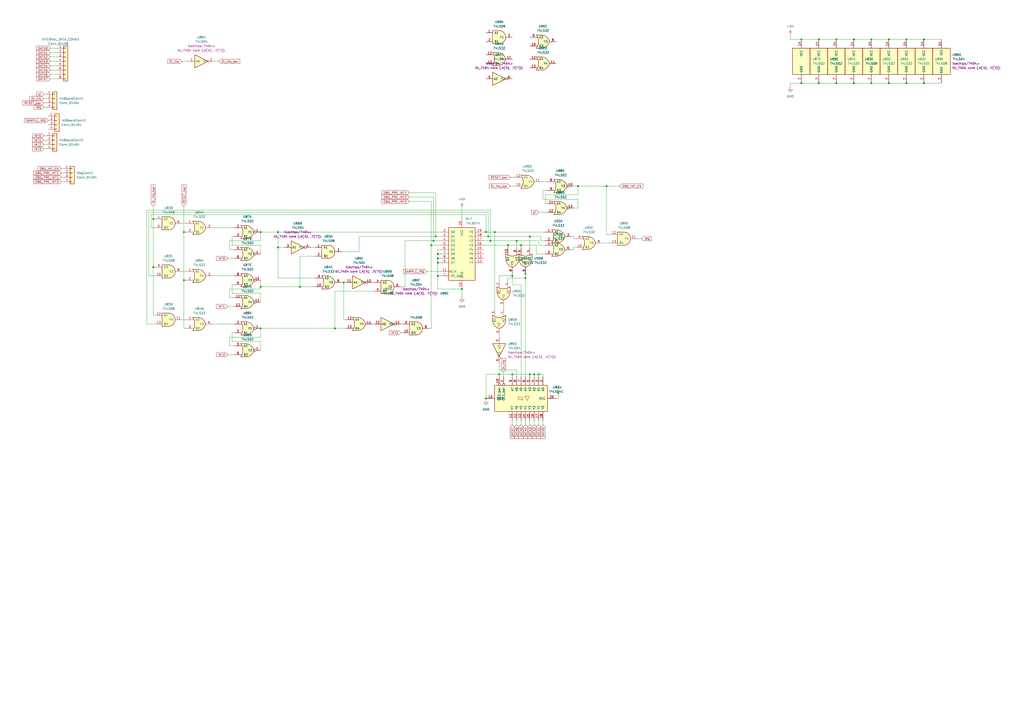
<source format=kicad_sch>
(kicad_sch (version 20211123) (generator eeschema)
  (paper "A2")
  (junction (at 515.62 48.26))
  (junction (at 302.26 142.24))
  (junction (at 254 149.86))
  (junction (at 535.94 22.86))
  (junction (at 309.88 217.17))
  (junction (at 464.82 48.26))
  (junction (at 312.42 217.17))
  (junction (at 304.8 161.29))
  (junction (at 474.98 48.26))
  (junction (at 281.94 231.14))
  (junction (at 464.82 22.86))
  (junction (at 254 147.32))
  (junction (at 88.9 127))
  (junction (at 88.9 154.94))
  (junction (at 495.3 22.86))
  (junction (at 254 152.4))
  (junction (at 254 160.02))
  (junction (at 474.98 22.86))
  (junction (at 283.21 137.16))
  (junction (at 525.78 48.26))
  (junction (at 252.73 137.16))
  (junction (at 485.14 22.86))
  (junction (at 307.34 217.17))
  (junction (at 525.78 22.86))
  (junction (at 335.28 107.95))
  (junction (at 151.13 190.5))
  (junction (at 304.8 158.75))
  (junction (at 297.18 217.17))
  (junction (at 173.99 166.37))
  (junction (at 194.31 190.5))
  (junction (at 106.68 134.62))
  (junction (at 535.94 48.26))
  (junction (at 485.14 48.26))
  (junction (at 151.13 134.62))
  (junction (at 151.13 166.37))
  (junction (at 495.3 48.26))
  (junction (at 289.56 217.17))
  (junction (at 251.46 139.7))
  (junction (at 515.62 22.86))
  (junction (at 307.34 137.16))
  (junction (at 199.39 163.83))
  (junction (at 161.29 134.62))
  (junction (at 287.02 134.62))
  (junction (at 351.79 107.95))
  (junction (at 299.72 139.7))
  (junction (at 505.46 48.26))
  (junction (at 505.46 22.86))
  (junction (at 294.64 142.24))
  (junction (at 106.68 162.56))
  (junction (at 250.19 142.24))
  (junction (at 267.97 167.64))
  (junction (at 297.18 160.02))
  (junction (at 161.29 143.51))
  (junction (at 281.94 134.62))
  (junction (at 284.48 139.7))
  (wire (pts (xy 287.02 134.62) (xy 287.02 179.07)))
  (wire (pts (xy 29.21 40.64) (xy 33.02 40.64)))
  (wire (pts (xy 332.74 138.43) (xy 334.01 138.43)))
  (wire (pts (xy 515.62 22.86) (xy 525.78 22.86)))
  (wire (pts (xy 304.8 154.94) (xy 304.8 158.75)))
  (wire (pts (xy 90.17 154.94) (xy 88.9 154.94)))
  (wire (pts (xy 335.28 107.95) (xy 335.28 113.03)))
  (wire (pts (xy 458.47 22.86) (xy 464.82 22.86)))
  (wire (pts (xy 215.9 187.96) (xy 217.17 187.96)))
  (wire (pts (xy 283.21 137.16) (xy 307.34 137.16)))
  (wire (pts (xy 302.26 142.24) (xy 302.26 143.51)))
  (wire (pts (xy 133.35 167.64) (xy 133.35 172.72)))
  (wire (pts (xy 287.02 134.62) (xy 316.23 134.62)))
  (wire (pts (xy 251.46 114.3) (xy 251.46 139.7)))
  (wire (pts (xy 234.95 166.37) (xy 234.95 139.7)))
  (wire (pts (xy 161.29 134.62) (xy 255.27 134.62)))
  (wire (pts (xy 134.62 198.12) (xy 134.62 193.04)))
  (wire (pts (xy 312.42 217.17) (xy 314.96 217.17)))
  (wire (pts (xy 132.08 177.8) (xy 135.89 177.8)))
  (wire (pts (xy 151.13 190.5) (xy 194.31 190.5)))
  (wire (pts (xy 151.13 203.2) (xy 151.13 198.12)))
  (wire (pts (xy 331.47 137.16) (xy 332.74 137.16)))
  (wire (pts (xy 151.13 134.62) (xy 161.29 134.62)))
  (wire (pts (xy 200.66 163.83) (xy 199.39 163.83)))
  (wire (pts (xy 280.67 142.24) (xy 294.64 142.24)))
  (wire (pts (xy 307.34 217.17) (xy 309.88 217.17)))
  (wire (pts (xy 289.56 217.17) (xy 289.56 218.44)))
  (wire (pts (xy 134.62 170.18) (xy 134.62 165.1)))
  (wire (pts (xy 297.18 165.1) (xy 302.26 165.1)))
  (wire (pts (xy 281.94 231.14) (xy 281.94 232.41)))
  (wire (pts (xy 132.08 149.86) (xy 135.89 149.86)))
  (wire (pts (xy 88.9 119.38) (xy 88.9 127)))
  (wire (pts (xy 254 160.02) (xy 255.27 160.02)))
  (wire (pts (xy 485.14 48.26) (xy 495.3 48.26)))
  (wire (pts (xy 105.41 129.54) (xy 107.95 129.54)))
  (wire (pts (xy 215.9 163.83) (xy 217.17 163.83)))
  (wire (pts (xy 151.13 147.32) (xy 151.13 142.24)))
  (wire (pts (xy 133.35 139.7) (xy 133.35 144.78)))
  (wire (pts (xy 134.62 137.16) (xy 135.89 137.16)))
  (wire (pts (xy 151.13 142.24) (xy 134.62 142.24)))
  (wire (pts (xy 304.8 161.29) (xy 304.8 218.44)))
  (wire (pts (xy 294.64 142.24) (xy 302.26 142.24)))
  (wire (pts (xy 107.95 190.5) (xy 106.68 190.5)))
  (wire (pts (xy 332.74 144.78) (xy 332.74 143.51)))
  (wire (pts (xy 335.28 120.65) (xy 335.28 115.57)))
  (wire (pts (xy 250.19 116.84) (xy 250.19 142.24)))
  (wire (pts (xy 151.13 166.37) (xy 173.99 166.37)))
  (wire (pts (xy 29.21 35.56) (xy 33.02 35.56)))
  (wire (pts (xy 295.91 107.95) (xy 298.45 107.95)))
  (wire (pts (xy 302.26 243.84) (xy 302.26 246.38)))
  (wire (pts (xy 133.35 195.58) (xy 133.35 200.66)))
  (wire (pts (xy 267.97 167.64) (xy 254 167.64)))
  (wire (pts (xy 237.49 111.76) (xy 252.73 111.76)))
  (wire (pts (xy 289.56 160.02) (xy 289.56 162.56)))
  (wire (pts (xy 351.79 107.95) (xy 359.41 107.95)))
  (wire (pts (xy 281.94 124.46) (xy 87.63 124.46)))
  (wire (pts (xy 314.96 115.57) (xy 314.96 110.49)))
  (wire (pts (xy 25.4 81.28) (xy 26.67 81.28)))
  (wire (pts (xy 134.62 193.04) (xy 135.89 193.04)))
  (wire (pts (xy 247.65 157.48) (xy 255.27 157.48)))
  (wire (pts (xy 369.57 138.43) (xy 372.11 138.43)))
  (wire (pts (xy 464.82 22.86) (xy 474.98 22.86)))
  (wire (pts (xy 88.9 127) (xy 90.17 127)))
  (wire (pts (xy 280.67 134.62) (xy 281.94 134.62)))
  (wire (pts (xy 87.63 124.46) (xy 87.63 132.08)))
  (wire (pts (xy 297.18 160.02) (xy 297.18 165.1)))
  (wire (pts (xy 280.67 139.7) (xy 284.48 139.7)))
  (wire (pts (xy 314.96 218.44) (xy 314.96 217.17)))
  (wire (pts (xy 297.18 243.84) (xy 297.18 246.38)))
  (wire (pts (xy 289.56 217.17) (xy 297.18 217.17)))
  (wire (pts (xy 474.98 22.86) (xy 485.14 22.86)))
  (wire (pts (xy 284.48 121.92) (xy 85.09 121.92)))
  (wire (pts (xy 309.88 217.17) (xy 312.42 217.17)))
  (wire (pts (xy 251.46 139.7) (xy 255.27 139.7)))
  (wire (pts (xy 86.36 123.19) (xy 86.36 160.02)))
  (wire (pts (xy 280.67 137.16) (xy 283.21 137.16)))
  (wire (pts (xy 248.92 190.5) (xy 250.19 190.5)))
  (wire (pts (xy 132.08 205.74) (xy 135.89 205.74)))
  (wire (pts (xy 250.19 142.24) (xy 255.27 142.24)))
  (wire (pts (xy 307.34 243.84) (xy 307.34 246.38)))
  (wire (pts (xy 299.72 243.84) (xy 299.72 246.38)))
  (wire (pts (xy 297.18 217.17) (xy 297.18 218.44)))
  (wire (pts (xy 250.19 190.5) (xy 250.19 142.24)))
  (wire (pts (xy 208.28 146.05) (xy 208.28 137.16)))
  (wire (pts (xy 297.18 217.17) (xy 307.34 217.17)))
  (wire (pts (xy 299.72 139.7) (xy 299.72 143.51)))
  (wire (pts (xy 458.47 50.8) (xy 458.47 48.26)))
  (wire (pts (xy 133.35 200.66) (xy 135.89 200.66)))
  (wire (pts (xy 106.68 119.38) (xy 106.68 134.62)))
  (wire (pts (xy 458.47 48.26) (xy 464.82 48.26)))
  (wire (pts (xy 294.64 142.24) (xy 294.64 143.51)))
  (wire (pts (xy 505.46 22.86) (xy 515.62 22.86)))
  (wire (pts (xy 283.21 137.16) (xy 283.21 123.19)))
  (wire (pts (xy 134.62 165.1) (xy 135.89 165.1)))
  (wire (pts (xy 332.74 107.95) (xy 335.28 107.95)))
  (wire (pts (xy 331.47 144.78) (xy 332.74 144.78)))
  (wire (pts (xy 85.09 187.96) (xy 90.17 187.96)))
  (wire (pts (xy 232.41 166.37) (xy 234.95 166.37)))
  (wire (pts (xy 87.63 132.08) (xy 90.17 132.08)))
  (wire (pts (xy 314.96 110.49) (xy 317.5 110.49)))
  (wire (pts (xy 123.19 160.02) (xy 135.89 160.02)))
  (wire (pts (xy 25.4 83.82) (xy 26.67 83.82)))
  (wire (pts (xy 25.4 86.36) (xy 26.67 86.36)))
  (wire (pts (xy 312.42 217.17) (xy 312.42 218.44)))
  (wire (pts (xy 254 149.86) (xy 255.27 149.86)))
  (wire (pts (xy 88.9 154.94) (xy 88.9 182.88)))
  (wire (pts (xy 316.23 118.11) (xy 317.5 118.11)))
  (wire (pts (xy 151.13 166.37) (xy 151.13 162.56)))
  (wire (pts (xy 25.4 62.23) (xy 26.67 62.23)))
  (wire (pts (xy 124.46 35.56) (xy 127 35.56)))
  (wire (pts (xy 304.8 243.84) (xy 304.8 246.38)))
  (wire (pts (xy 29.21 45.72) (xy 33.02 45.72)))
  (wire (pts (xy 351.79 135.89) (xy 354.33 135.89)))
  (wire (pts (xy 332.74 137.16) (xy 332.74 138.43)))
  (wire (pts (xy 234.95 139.7) (xy 251.46 139.7)))
  (wire (pts (xy 232.41 193.04) (xy 233.68 193.04)))
  (wire (pts (xy 25.4 57.15) (xy 26.67 57.15)))
  (wire (pts (xy 29.21 27.94) (xy 33.02 27.94)))
  (wire (pts (xy 284.48 139.7) (xy 284.48 121.92)))
  (wire (pts (xy 105.41 185.42) (xy 107.95 185.42)))
  (wire (pts (xy 151.13 170.18) (xy 134.62 170.18)))
  (wire (pts (xy 302.26 142.24) (xy 311.15 142.24)))
  (wire (pts (xy 90.17 182.88) (xy 88.9 182.88)))
  (wire (pts (xy 25.4 54.61) (xy 26.67 54.61)))
  (wire (pts (xy 309.88 217.17) (xy 309.88 218.44)))
  (wire (pts (xy 311.15 147.32) (xy 316.23 147.32)))
  (wire (pts (xy 297.18 158.75) (xy 297.18 160.02)))
  (wire (pts (xy 29.21 30.48) (xy 33.02 30.48)))
  (wire (pts (xy 180.34 143.51) (xy 182.88 143.51)))
  (wire (pts (xy 134.62 142.24) (xy 134.62 137.16)))
  (wire (pts (xy 281.94 134.62) (xy 281.94 124.46)))
  (wire (pts (xy 151.13 190.5) (xy 151.13 195.58)))
  (wire (pts (xy 335.28 113.03) (xy 316.23 113.03)))
  (wire (pts (xy 464.82 48.26) (xy 474.98 48.26)))
  (wire (pts (xy 106.68 134.62) (xy 106.68 162.56)))
  (wire (pts (xy 252.73 137.16) (xy 255.27 137.16)))
  (wire (pts (xy 311.15 142.24) (xy 311.15 147.32)))
  (wire (pts (xy 105.41 157.48) (xy 107.95 157.48)))
  (wire (pts (xy 292.1 177.8) (xy 292.1 179.07)))
  (wire (pts (xy 199.39 163.83) (xy 199.39 185.42)))
  (wire (pts (xy 165.1 143.51) (xy 161.29 143.51)))
  (wire (pts (xy 313.69 137.16) (xy 313.69 139.7)))
  (wire (pts (xy 335.28 107.95) (xy 351.79 107.95)))
  (wire (pts (xy 313.69 105.41) (xy 317.5 105.41)))
  (wire (pts (xy 307.34 217.17) (xy 307.34 218.44)))
  (wire (pts (xy 151.13 175.26) (xy 151.13 170.18)))
  (wire (pts (xy 198.12 146.05) (xy 208.28 146.05)))
  (wire (pts (xy 237.49 116.84) (xy 250.19 116.84)))
  (wire (pts (xy 182.88 148.59) (xy 173.99 148.59)))
  (wire (pts (xy 535.94 22.86) (xy 546.1 22.86)))
  (wire (pts (xy 252.73 111.76) (xy 252.73 137.16)))
  (wire (pts (xy 161.29 143.51) (xy 161.29 134.62)))
  (wire (pts (xy 283.21 123.19) (xy 86.36 123.19)))
  (wire (pts (xy 35.56 97.79) (xy 36.83 97.79)))
  (wire (pts (xy 86.36 160.02) (xy 90.17 160.02)))
  (wire (pts (xy 151.13 195.58) (xy 133.35 195.58)))
  (wire (pts (xy 254 152.4) (xy 254 160.02)))
  (wire (pts (xy 107.95 162.56) (xy 106.68 162.56)))
  (wire (pts (xy 474.98 48.26) (xy 485.14 48.26)))
  (wire (pts (xy 281.94 134.62) (xy 287.02 134.62)))
  (wire (pts (xy 505.46 48.26) (xy 495.3 48.26)))
  (wire (pts (xy 332.74 143.51) (xy 334.01 143.51)))
  (wire (pts (xy 237.49 114.3) (xy 251.46 114.3)))
  (wire (pts (xy 208.28 137.16) (xy 252.73 137.16)))
  (wire (pts (xy 281.94 217.17) (xy 281.94 231.14)))
  (wire (pts (xy 297.18 160.02) (xy 289.56 160.02)))
  (wire (pts (xy 232.41 187.96) (xy 233.68 187.96)))
  (wire (pts (xy 349.25 140.97) (xy 354.33 140.97)))
  (wire (pts (xy 304.8 158.75) (xy 304.8 161.29)))
  (wire (pts (xy 123.19 187.96) (xy 135.89 187.96)))
  (wire (pts (xy 25.4 59.69) (xy 26.67 59.69)))
  (wire (pts (xy 29.21 43.18) (xy 33.02 43.18)))
  (wire (pts (xy 35.56 100.33) (xy 36.83 100.33)))
  (wire (pts (xy 106.68 162.56) (xy 106.68 190.5)))
  (wire (pts (xy 495.3 22.86) (xy 505.46 22.86)))
  (wire (pts (xy 485.14 22.86) (xy 495.3 22.86)))
  (wire (pts (xy 299.72 218.44) (xy 299.72 214.63)))
  (wire (pts (xy 304.8 161.29) (xy 294.64 161.29)))
  (wire (pts (xy 133.35 172.72) (xy 135.89 172.72)))
  (wire (pts (xy 123.19 132.08) (xy 135.89 132.08)))
  (wire (pts (xy 35.56 105.41) (xy 36.83 105.41)))
  (wire (pts (xy 515.62 48.26) (xy 525.78 48.26)))
  (wire (pts (xy 525.78 22.86) (xy 535.94 22.86)))
  (wire (pts (xy 254 149.86) (xy 254 152.4)))
  (wire (pts (xy 289.56 210.82) (xy 289.56 214.63)))
  (wire (pts (xy 281.94 217.17) (xy 289.56 217.17)))
  (wire (pts (xy 173.99 166.37) (xy 182.88 166.37)))
  (wire (pts (xy 106.68 134.62) (xy 107.95 134.62)))
  (wire (pts (xy 151.13 198.12) (xy 134.62 198.12)))
  (wire (pts (xy 525.78 48.26) (xy 535.94 48.26)))
  (wire (pts (xy 25.4 78.74) (xy 26.67 78.74)))
  (wire (pts (xy 105.41 35.56) (xy 109.22 35.56)))
  (wire (pts (xy 267.97 167.64) (xy 267.97 172.72)))
  (wire (pts (xy 323.85 231.14) (xy 323.85 229.87)))
  (wire (pts (xy 151.13 134.62) (xy 151.13 139.7)))
  (wire (pts (xy 302.26 165.1) (xy 302.26 218.44)))
  (wire (pts (xy 307.34 137.16) (xy 313.69 137.16)))
  (wire (pts (xy 505.46 48.26) (xy 515.62 48.26)))
  (wire (pts (xy 151.13 167.64) (xy 133.35 167.64)))
  (wire (pts (xy 200.66 185.42) (xy 199.39 185.42)))
  (wire (pts (xy 335.28 115.57) (xy 314.96 115.57)))
  (wire (pts (xy 35.56 102.87) (xy 36.83 102.87)))
  (wire (pts (xy 295.91 102.87) (xy 298.45 102.87)))
  (wire (pts (xy 313.69 139.7) (xy 316.23 139.7)))
  (wire (pts (xy 314.96 243.84) (xy 314.96 246.38)))
  (wire (pts (xy 161.29 161.29) (xy 161.29 143.51)))
  (wire (pts (xy 85.09 121.92) (xy 85.09 187.96)))
  (wire (pts (xy 255.27 144.78) (xy 254 144.78)))
  (wire (pts (xy 535.94 48.26) (xy 546.1 48.26)))
  (wire (pts (xy 267.97 120.65) (xy 267.97 127)))
  (wire (pts (xy 299.72 139.7) (xy 312.42 139.7)))
  (wire (pts (xy 133.35 144.78) (xy 135.89 144.78)))
  (wire (pts (xy 312.42 142.24) (xy 316.23 142.24)))
  (wire (pts (xy 182.88 161.29) (xy 161.29 161.29)))
  (wire (pts (xy 198.12 163.83) (xy 199.39 163.83)))
  (wire (pts (xy 194.31 168.91) (xy 217.17 168.91)))
  (wire (pts (xy 284.48 139.7) (xy 299.72 139.7)))
  (wire (pts (xy 351.79 107.95) (xy 351.79 135.89)))
  (wire (pts (xy 312.42 243.84) (xy 312.42 246.38)))
  (wire (pts (xy 173.99 148.59) (xy 173.99 166.37)))
  (wire (pts (xy 254 147.32) (xy 255.27 147.32)))
  (wire (pts (xy 316.23 113.03) (xy 316.23 118.11)))
  (wire (pts (xy 312.42 139.7) (xy 312.42 142.24)))
  (wire (pts (xy 332.74 120.65) (xy 335.28 120.65)))
  (wire (pts (xy 289.56 194.31) (xy 289.56 195.58)))
  (wire (pts (xy 322.58 231.14) (xy 323.85 231.14)))
  (wire (pts (xy 254 152.4) (xy 255.27 152.4)))
  (wire (pts (xy 194.31 168.91) (xy 194.31 190.5)))
  (wire (pts (xy 294.64 161.29) (xy 294.64 162.56)))
  (wire (pts (xy 254 147.32) (xy 254 149.86)))
  (wire (pts (xy 299.72 214.63) (xy 289.56 214.63)))
  (wire (pts (xy 29.21 33.02) (xy 33.02 33.02)))
  (wire (pts (xy 194.31 190.5) (xy 200.66 190.5)))
  (wire (pts (xy 151.13 166.37) (xy 151.13 167.64)))
  (wire (pts (xy 312.42 123.19) (xy 317.5 123.19)))
  (wire (pts (xy 88.9 127) (xy 88.9 154.94)))
  (wire (pts (xy 151.13 139.7) (xy 133.35 139.7)))
  (wire (pts (xy 307.34 137.16) (xy 307.34 143.51)))
  (wire (pts (xy 309.88 243.84) (xy 309.88 246.38)))
  (wire (pts (xy 458.47 20.32) (xy 458.47 22.86)))
  (wire (pts (xy 254 144.78) (xy 254 147.32)))
  (wire (pts (xy 29.21 38.1) (xy 33.02 38.1)))
  (wire (pts (xy 292.1 215.9) (xy 292.1 218.44)))
  (wire (pts (xy 254 167.64) (xy 254 160.02)))
  (global_label "DATA2" (shape input) (at 29.21 33.02 180) (property "Intersheet References" "${INTERSHEET_REFS}" (effects hide)))
  (global_label "DATA4" (shape input) (at 304.8 246.38 270) (property "Intersheet References" "${INTERSHEET_REFS}" (effects hide)))
  (global_label "INT3" (shape input) (at 232.41 193.04 180) (property "Intersheet References" "${INTERSHEET_REFS}" (effects hide)))
  (global_label "DBG_PRE_INT3" (shape input) (at 35.56 105.41 180) (property "Intersheet References" "${INTERSHEET_REFS}" (effects hide)))
  (global_label "DBG_PRE_INT1" (shape input) (at 237.49 111.76 180) (property "Intersheet References" "${INTERSHEET_REFS}" (effects hide)))
  (global_label "DATA5" (shape input) (at 29.21 40.64 180) (property "Intersheet References" "${INTERSHEET_REFS}" (effects hide)))
  (global_label "INT2" (shape input) (at 25.4 83.82 180) (property "Intersheet References" "${INTERSHEET_REFS}" (effects hide)))
  (global_label "INT1" (shape input) (at 132.08 177.8 180) (property "Intersheet References" "${INTERSHEET_REFS}" (effects hide)))
  (global_label "IRQ" (shape input) (at 25.4 62.23 180) (property "Intersheet References" "${INTERSHEET_REFS}" (effects hide)))
  (global_label "DBG_INT_EN" (shape input) (at 35.56 97.79 180) (property "Intersheet References" "${INTERSHEET_REFS}" (effects hide)))
  (global_label "INT0" (shape input) (at 132.08 149.86 180) (property "Intersheet References" "${INTERSHEET_REFS}" (effects hide)))
  (global_label "DATA0" (shape input) (at 29.21 27.94 180) (property "Intersheet References" "${INTERSHEET_REFS}" (effects hide)))
  (global_label "DATA2" (shape input) (at 309.88 246.38 270) (property "Intersheet References" "${INTERSHEET_REFS}" (effects hide)))
  (global_label "DATA4" (shape input) (at 29.21 38.1 180) (property "Intersheet References" "${INTERSHEET_REFS}" (effects hide)))
  (global_label "DBG_PRE_INT3" (shape input) (at 237.49 116.84 180) (property "Intersheet References" "${INTERSHEET_REFS}" (effects hide)))
  (global_label "DBG_PRE_INT2" (shape input) (at 237.49 114.3 180) (property "Intersheet References" "${INTERSHEET_REFS}" (effects hide)))
  (global_label "DATA7" (shape input) (at 29.21 45.72 180) (property "Intersheet References" "${INTERSHEET_REFS}" (effects hide)))
  (global_label "INT1" (shape input) (at 25.4 81.28 180) (property "Intersheet References" "${INTERSHEET_REFS}" (effects hide)))
  (global_label "DATA5" (shape input) (at 302.26 246.38 270) (property "Intersheet References" "${INTERSHEET_REFS}" (effects hide)))
  (global_label "DI_IVo_bar" (shape input) (at 295.91 107.95 180) (property "Intersheet References" "${INTERSHEET_REFS}" (effects hide)))
  (global_label "SAMPLE_IRQ" (shape input) (at 247.65 157.48 180) (property "Intersheet References" "${INTERSHEET_REFS}" (effects hide)))
  (global_label "RESET_bar" (shape input) (at 25.4 59.69 180) (property "Intersheet References" "${INTERSHEET_REFS}" (effects hide)))
  (global_label "DBG_INT_EN" (shape input) (at 359.41 107.95 0) (property "Intersheet References" "${INTERSHEET_REFS}" (effects hide)))
  (global_label "DI_IVo" (shape input) (at 105.41 35.56 180) (property "Intersheet References" "${INTERSHEET_REFS}" (effects hide)))
  (global_label "DATA7" (shape input) (at 297.18 246.38 270) (property "Intersheet References" "${INTERSHEET_REFS}" (effects hide)))
  (global_label "INT3" (shape input) (at 25.4 86.36 180) (property "Intersheet References" "${INTERSHEET_REFS}" (effects hide)))
  (global_label "DATA0" (shape input) (at 314.96 246.38 270) (property "Intersheet References" "${INTERSHEET_REFS}" (effects hide)))
  (global_label "INT2" (shape input) (at 132.08 205.74 180) (property "Intersheet References" "${INTERSHEET_REFS}" (effects hide)))
  (global_label "DATA1" (shape input) (at 312.42 246.38 270) (property "Intersheet References" "${INTERSHEET_REFS}" (effects hide)))
  (global_label "DATA6" (shape input) (at 299.72 246.38 270) (property "Intersheet References" "${INTERSHEET_REFS}" (effects hide)))
  (global_label "INT0" (shape input) (at 25.4 78.74 180) (property "Intersheet References" "${INTERSHEET_REFS}" (effects hide)))
  (global_label "RESET_bar" (shape input) (at 106.68 119.38 90) (property "Intersheet References" "${INTERSHEET_REFS}" (effects hide)))
  (global_label "ei" (shape input) (at 312.42 123.19 180) (property "Intersheet References" "${INTERSHEET_REFS}" (effects hide)))
  (global_label "DI_IVo" (shape input) (at 292.1 215.9 90) (property "Intersheet References" "${INTERSHEET_REFS}" (effects hide)))
  (global_label "DBG_PRE_INT1" (shape input) (at 35.56 100.33 180) (property "Intersheet References" "${INTERSHEET_REFS}" (effects hide)))
  (global_label "SAMPLE_IRQ" (shape input) (at 27.94 69.85 180) (property "Intersheet References" "${INTERSHEET_REFS}" (effects hide)))
  (global_label "DATA6" (shape input) (at 29.21 43.18 180) (property "Intersheet References" "${INTERSHEET_REFS}" (effects hide)))
  (global_label "DI_IVo_bar" (shape input) (at 88.9 119.38 90) (property "Intersheet References" "${INTERSHEET_REFS}" (effects hide)))
  (global_label "RESET_bar" (shape input) (at 295.91 102.87 180) (property "Intersheet References" "${INTERSHEET_REFS}" (effects hide)))
  (global_label "DATA3" (shape input) (at 307.34 246.38 270) (property "Intersheet References" "${INTERSHEET_REFS}" (effects hide)))
  (global_label "DI_IVo_bar" (shape input) (at 127 35.56 0) (property "Intersheet References" "${INTERSHEET_REFS}" (effects hide)))
  (global_label "DATA3" (shape input) (at 29.21 35.56 180) (property "Intersheet References" "${INTERSHEET_REFS}" (effects hide)))
  (global_label "IRQ" (shape input) (at 372.11 138.43 0) (property "Intersheet References" "${INTERSHEET_REFS}" (effects hide)))
  (global_label "DI_IVo" (shape input) (at 25.4 57.15 180) (property "Intersheet References" "${INTERSHEET_REFS}" (effects hide)))
  (global_label "DATA1" (shape input) (at 29.21 30.48 180) (property "Intersheet References" "${INTERSHEET_REFS}" (effects hide)))
  (global_label "ei" (shape input) (at 25.4 54.61 180) (property "Intersheet References" "${INTERSHEET_REFS}" (effects hide)))
  (global_label "DBG_PRE_INT2" (shape input) (at 35.56 102.87 180) (property "Intersheet References" "${INTERSHEET_REFS}" (effects hide)))
  (symbol (lib_id "Connector_Generic:Conn_01x08") (at 38.1 35.56 0) (unit 1)
    (property "Reference" "INTERNAL_DATA_CONN3" (at 24.13 22.86 0) (effects (justify left)))
    (property "Value" "Conn_01x08" (at 27.94 25.4 0) (effects (justify left)))
    (property "Footprint" "Connector_PinHeader_2.54mm:PinHeader_1x08_P2.54mm_Vertical" (effects hide))
    (property "VerilogModulePort" "1,2,3,4,5,6,7,8" (effects hide))
  )
  (symbol (lib_id "7400_ice:74LS32") (at 115.57 160.02 0) (unit 1)
    (property "Reference" "U85" (at 115.57 151.13 0))
    (property "Value" "74LS32" (at 115.57 153.67 0))
    (property "Footprint" "Package_DIP:DIP-14_W7.62mm" (effects hide))
    (property "Datasheet" "http://www.ti.com/lit/gpn/sn74LS32" (effects hide))
    (property "VerilogInclude" "icechips/7432.v" (effects hide))
    (property "VerilogCode" "ttl_7432 core (.A_2D({B4,A4,B3,A3,B2,A2,B1,A1}), .Y({Y4,Y3,Y2,Y1}));" (effects hide))
  )
  (symbol (lib_id "7400_ice:74LS32") (at 190.5 163.83 0) (unit 3)
    (property "Reference" "U84" (at 190.5 154.94 0))
    (property "Value" "74LS32" (at 190.5 157.48 0))
    (property "Footprint" "Package_DIP:DIP-14_W7.62mm" (effects hide))
    (property "Datasheet" "http://www.ti.com/lit/gpn/sn74LS32" (effects hide))
    (property "VerilogInclude" "icechips/7432.v" (effects hide))
    (property "VerilogCode" "ttl_7432 core (.A_2D({B4,A4,B3,A3,B2,A2,B1,A1}), .Y({Y4,Y3,Y2,Y1}));" (effects hide))
  )
  (symbol (lib_id "7400_ice:74LS04") (at 172.72 143.51 0) (unit 2)
    (property "Reference" "U86" (at 172.72 129.54 0))
    (property "Value" "74LS04" (at 172.72 132.08 0))
    (property "Footprint" "Package_DIP:DIP-14_W7.62mm" (effects hide))
    (property "Datasheet" "http://www.ti.com/lit/gpn/sn74LS04" (effects hide))
    (property "VerilogInclude" "icechips/7404.v" (at 172.72 134.62 0))
    (property "VerilogCode" "ttl_7404 core (.A(`A), .Y(`Y));" (at 172.72 137.16 0))
  )
  (symbol (lib_id "7400_ice:74LS04") (at 546.1 35.56 0) (unit 7)
    (property "Reference" "U86" (at 552.45 31.7499 0) (effects (justify left)))
    (property "Value" "74LS04" (at 552.45 34.2899 0) (effects (justify left)))
    (property "Footprint" "Package_DIP:DIP-14_W7.62mm" (effects hide))
    (property "Datasheet" "http://www.ti.com/lit/gpn/sn74LS04" (effects hide))
    (property "VerilogInclude" "icechips/7404.v" (at 552.45 36.8299 0) (effects (justify left)))
    (property "VerilogCode" "ttl_7404 core (.A(`A), .Y(`Y));" (at 552.45 39.3699 0) (effects (justify left)))
  )
  (symbol (lib_id "7400_ice:74LS04") (at 116.84 35.56 0) (unit 1)
    (property "Reference" "U86" (at 116.84 21.59 0))
    (property "Value" "74LS04" (at 116.84 24.13 0))
    (property "Footprint" "Package_DIP:DIP-14_W7.62mm" (effects hide))
    (property "Datasheet" "http://www.ti.com/lit/gpn/sn74LS04" (effects hide))
    (property "VerilogInclude" "icechips/7404.v" (at 116.84 26.67 0))
    (property "VerilogCode" "ttl_7404 core (.A(`A), .Y(`Y));" (at 116.84 29.21 0))
  )
  (symbol (lib_name "74LS02_8") (lib_id "7400_ice:74LS02") (at 143.51 190.5 0) (unit 1)
    (property "Reference" "U88" (at 143.51 181.61 0))
    (property "Value" "74LS02" (at 143.51 184.15 0))
    (property "Footprint" "Package_DIP:DIP-14_W7.62mm" (effects hide))
    (property "Datasheet" "http://www.ti.com/lit/gpn/sn74ls02" (effects hide))
    (property "VerilogInclude" "icechips/7402.v" (effects hide))
    (property "VerilogCode" "ttl_7402 core (.A_2D({B4,A4,B3,A3,B2,A2,B1,A1}), .Y({Y4,Y3,Y2,Y1}));" (effects hide))
  )
  (symbol (lib_id "7400_ice:74LS32") (at 505.46 35.56 0) (unit 5)
    (property "Reference" "U85" (at 511.81 34.2899 0) (effects (justify left)))
    (property "Value" "74LS32" (at 511.81 36.8299 0) (effects (justify left)))
    (property "Footprint" "Package_DIP:DIP-14_W7.62mm" (effects hide))
    (property "Datasheet" "http://www.ti.com/lit/gpn/sn74LS32" (effects hide))
    (property "VerilogInclude" "icechips/7432.v" (effects hide))
    (property "VerilogCode" "ttl_7432 core (.A_2D({B4,A4,B3,A3,B2,A2,B1,A1}), .Y({Y4,Y3,Y2,Y1}));" (effects hide))
  )
  (symbol (lib_id "7400_ice:74LS08") (at 495.3 35.56 0) (unit 5)
    (property "Reference" "U83" (at 501.65 34.2899 0) (effects (justify left)))
    (property "Value" "74LS08" (at 501.65 36.8299 0) (effects (justify left)))
    (property "Footprint" "Package_DIP:DIP-14_W7.62mm" (effects hide))
    (property "Datasheet" "http://www.ti.com/lit/gpn/sn74LS08" (effects hide))
    (property "VerilogInclude" "icechips/7408.v" (effects hide))
    (property "VerilogCode" "ttl_7408 core (.A_2D({B4,A4,B3,A3,B2,A2,B1,A1}), .Y({Y4,Y3,Y2,Y1}));" (effects hide))
  )
  (symbol (lib_id "7400_ice:74LS08") (at 535.94 35.56 0) (unit 5)
    (property "Reference" "U89" (at 542.29 34.2899 0) (effects (justify left)))
    (property "Value" "74LS08" (at 542.29 36.8299 0) (effects (justify left)))
    (property "Footprint" "Package_DIP:DIP-14_W7.62mm" (effects hide))
    (property "Datasheet" "http://www.ti.com/lit/gpn/sn74LS08" (effects hide))
    (property "VerilogInclude" "icechips/7408.v" (effects hide))
    (property "VerilogCode" "ttl_7408 core (.A_2D({B4,A4,B3,A3,B2,A2,B1,A1}), .Y({Y4,Y3,Y2,Y1}));" (effects hide))
  )
  (symbol (lib_id "7400_ice:74LS32") (at 323.85 137.16 0) (unit 1)
    (property "Reference" "U92" (at 323.85 128.27 0))
    (property "Value" "74LS32" (at 323.85 130.81 0))
    (property "Footprint" "Package_DIP:DIP-14_W7.62mm" (effects hide))
    (property "Datasheet" "http://www.ti.com/lit/gpn/sn74LS32" (effects hide))
    (property "VerilogInclude" "icechips/7432.v" (effects hide))
    (property "VerilogCode" "ttl_7432 core (.A_2D({B4,A4,B3,A3,B2,A2,B1,A1}), .Y({Y4,Y3,Y2,Y1}));" (effects hide))
  )
  (symbol (lib_id "Connector_Generic:Conn_01x04") (at 33.02 69.85 0) (unit 1)
    (property "Reference" "IntBoardConn3" (at 35.56 69.8499 0) (effects (justify left)))
    (property "Value" "Conn_01x04" (at 35.56 72.3899 0) (effects (justify left)))
    (property "Footprint" "Connector_PinHeader_1.00mm:PinHeader_1x04_P1.00mm_Vertical" (effects hide))
  )
  (symbol (lib_id "Connector_Generic:Conn_01x04") (at 31.75 81.28 0) (unit 1)
    (property "Reference" "IntBoardConn2" (at 34.29 81.2799 0) (effects (justify left)))
    (property "Value" "Conn_01x04" (at 34.29 83.8199 0) (effects (justify left)))
    (property "Footprint" "Connector_PinHeader_1.00mm:PinHeader_1x04_P1.00mm_Vertical" (effects hide))
    (property "VerilogModulePort" "1,2,3,4" (effects hide))
  )
  (symbol (lib_id "7400_ice:74LS32") (at 304.8 151.13 270) (unit 2)
    (property "Reference" "U90" (at 309.88 149.8599 90) (effects (justify left)))
    (property "Value" "74LS32" (at 309.88 152.3999 90) (effects (justify left)))
    (property "Footprint" "Package_DIP:DIP-14_W7.62mm" (effects hide))
    (property "Datasheet" "http://www.ti.com/lit/gpn/sn74LS32" (effects hide))
    (property "VerilogInclude" "icechips/7432.v" (effects hide))
    (property "VerilogCode" "ttl_7432 core (.A_2D({B4,A4,B3,A3,B2,A2,B1,A1}), .Y({Y4,Y3,Y2,Y1}));" (effects hide))
  )
  (symbol (lib_id "7400_ice:74LS32") (at 525.78 35.56 0) (unit 5)
    (property "Reference" "U92" (at 532.13 34.2899 0) (effects (justify left)))
    (property "Value" "74LS32" (at 532.13 36.8299 0) (effects (justify left)))
    (property "Footprint" "Package_DIP:DIP-14_W7.62mm" (effects hide))
    (property "Datasheet" "http://www.ti.com/lit/gpn/sn74LS32" (effects hide))
    (property "VerilogInclude" "icechips/7432.v" (effects hide))
    (property "VerilogCode" "ttl_7432 core (.A_2D({B4,A4,B3,A3,B2,A2,B1,A1}), .Y({Y4,Y3,Y2,Y1}));" (effects hide))
  )
  (symbol (lib_id "7400_ice:74LS08") (at 190.5 146.05 0) (unit 1)
    (property "Reference" "U83" (at 190.5 137.16 0))
    (property "Value" "74LS08" (at 190.5 139.7 0))
    (property "Footprint" "Package_DIP:DIP-14_W7.62mm" (effects hide))
    (property "Datasheet" "http://www.ti.com/lit/gpn/sn74LS08" (effects hide))
    (property "VerilogInclude" "icechips/7408.v" (effects hide))
    (property "VerilogCode" "ttl_7408 core (.A_2D({B4,A4,B3,A3,B2,A2,B1,A1}), .Y({Y4,Y3,Y2,Y1}));" (effects hide))
  )
  (symbol (lib_id "power:+5V") (at 323.85 229.87 0) (unit 1)
    (property "Reference" "#PWR0254" (effects hide))
    (property "Value" "+5V" (at 323.85 224.79 0))
  )
  (symbol (lib_name "74LS02_2") (lib_id "7400_ice:74LS02") (at 464.82 35.56 0) (unit 5)
    (property "Reference" "U87" (at 471.17 34.2899 0) (effects (justify left)))
    (property "Value" "74LS02" (at 471.17 36.8299 0) (effects (justify left)))
    (property "Footprint" "Package_DIP:DIP-14_W7.62mm" (effects hide))
    (property "Datasheet" "http://www.ti.com/lit/gpn/sn74ls02" (effects hide))
    (property "VerilogInclude" "icechips/7402.v" (effects hide))
    (property "VerilogCode" "ttl_7402 core (.A_2D({B4,A4,B3,A3,B2,A2,B1,A1}), .Y({Y4,Y3,Y2,Y1}));" (effects hide))
  )
  (symbol (lib_id "7400_ice:74LS32") (at 515.62 35.56 0) (unit 5)
    (property "Reference" "U90" (at 521.97 34.2899 0) (effects (justify left)))
    (property "Value" "74LS32" (at 521.97 36.8299 0) (effects (justify left)))
    (property "Footprint" "Package_DIP:DIP-14_W7.62mm" (effects hide))
    (property "Datasheet" "http://www.ti.com/lit/gpn/sn74LS32" (effects hide))
    (property "VerilogInclude" "icechips/7432.v" (effects hide))
    (property "VerilogCode" "ttl_7432 core (.A_2D({B4,A4,B3,A3,B2,A2,B1,A1}), .Y({Y4,Y3,Y2,Y1}));" (effects hide))
  )
  (symbol (lib_id "7400_ice:74LS32") (at 314.96 36.83 0) (unit 4)
    (property "Reference" "U92" (at 314.96 27.94 0))
    (property "Value" "74LS32" (at 314.96 30.48 0))
    (property "Footprint" "Package_DIP:DIP-14_W7.62mm" (effects hide))
    (property "Datasheet" "http://www.ti.com/lit/gpn/sn74LS32" (effects hide))
    (property "VerilogInclude" "icechips/7432.v" (effects hide))
    (property "VerilogCode" "ttl_7432 core (.A_2D({B4,A4,B3,A3,B2,A2,B1,A1}), .Y({Y4,Y3,Y2,Y1}));" (effects hide))
  )
  (symbol (lib_id "7400_ice:74LS08") (at 241.3 190.5 0) (unit 3)
    (property "Reference" "U89" (at 257.81 170.18 0))
    (property "Value" "74LS08" (at 241.3 184.15 0))
    (property "Footprint" "Package_DIP:DIP-14_W7.62mm" (effects hide))
    (property "Datasheet" "http://www.ti.com/lit/gpn/sn74LS08" (effects hide))
    (property "VerilogInclude" "icechips/7408.v" (effects hide))
    (property "VerilogCode" "ttl_7408 core (.A_2D({B4,A4,B3,A3,B2,A2,B1,A1}), .Y({Y4,Y3,Y2,Y1}));" (effects hide))
  )
  (symbol (lib_id "7400_ice:74LS32") (at 115.57 187.96 0) (unit 2)
    (property "Reference" "U84" (at 115.57 179.07 0))
    (property "Value" "74LS32" (at 115.57 181.61 0))
    (property "Footprint" "Package_DIP:DIP-14_W7.62mm" (effects hide))
    (property "Datasheet" "http://www.ti.com/lit/gpn/sn74LS32" (effects hide))
    (property "VerilogInclude" "icechips/7432.v" (effects hide))
    (property "VerilogCode" "ttl_7432 core (.A_2D({B4,A4,B3,A3,B2,A2,B1,A1}), .Y({Y4,Y3,Y2,Y1}));" (effects hide))
  )
  (symbol (lib_id "power:GND") (at 281.94 232.41 0) (unit 1)
    (property "Reference" "#PWR0253" (effects hide))
    (property "Value" "GND" (at 281.94 237.49 0))
  )
  (symbol (lib_name "74LS02_5") (lib_id "7400_ice:74LS02") (at 143.51 147.32 0) (unit 2)
    (property "Reference" "U87" (at 143.51 138.43 0))
    (property "Value" "74LS02" (at 143.51 140.97 0))
    (property "Footprint" "Package_DIP:DIP-14_W7.62mm" (effects hide))
    (property "Datasheet" "http://www.ti.com/lit/gpn/sn74ls02" (effects hide))
    (property "VerilogInclude" "icechips/7402.v" (effects hide))
    (property "VerilogCode" "ttl_7402 core (.A_2D({B4,A4,B3,A3,B2,A2,B1,A1}), .Y({Y4,Y3,Y2,Y1}));" (effects hide))
  )
  (symbol (lib_id "7400_ice:74LS32") (at 323.85 144.78 0) (unit 2)
    (property "Reference" "U92" (at 323.85 135.89 0))
    (property "Value" "74LS32" (at 323.85 138.43 0))
    (property "Footprint" "Package_DIP:DIP-14_W7.62mm" (effects hide))
    (property "Datasheet" "http://www.ti.com/lit/gpn/sn74LS32" (effects hide))
    (property "VerilogInclude" "icechips/7432.v" (effects hide))
    (property "VerilogCode" "ttl_7432 core (.A_2D({B4,A4,B3,A3,B2,A2,B1,A1}), .Y({Y4,Y3,Y2,Y1}));" (effects hide))
  )
  (symbol (lib_id "power:+5V") (at 458.47 20.32 0) (unit 1)
    (property "Reference" "#PWR0252" (effects hide))
    (property "Value" "+5V" (at 458.47 15.24 0))
  )
  (symbol (lib_id "7400_ice:74LS32") (at 341.63 140.97 0) (unit 3)
    (property "Reference" "U92" (at 341.63 132.08 0))
    (property "Value" "74LS32" (at 341.63 134.62 0))
    (property "Footprint" "Package_DIP:DIP-14_W7.62mm" (effects hide))
    (property "Datasheet" "http://www.ti.com/lit/gpn/sn74LS32" (effects hide))
    (property "VerilogInclude" "icechips/7432.v" (effects hide))
    (property "VerilogCode" "ttl_7432 core (.A_2D({B4,A4,B3,A3,B2,A2,B1,A1}), .Y({Y4,Y3,Y2,Y1}));" (effects hide))
  )
  (symbol (lib_id "7400_ice:74LS04") (at 224.79 187.96 0) (unit 6)
    (property "Reference" "U86" (at 241.3 162.56 0))
    (property "Value" "74LS04" (at 241.3 165.1 0))
    (property "Footprint" "Package_DIP:DIP-14_W7.62mm" (effects hide))
    (property "Datasheet" "http://www.ti.com/lit/gpn/sn74LS04" (effects hide))
    (property "VerilogInclude" "icechips/7404.v" (at 241.3 167.64 0))
    (property "VerilogCode" "ttl_7404 core (.A(`A), .Y(`Y));" (at 240.03 170.18 0))
  )
  (symbol (lib_id "7400_ice:74LS32") (at 208.28 187.96 0) (unit 4)
    (property "Reference" "U84" (at 224.79 167.64 0))
    (property "Value" "74LS32" (at 224.79 170.18 0))
    (property "Footprint" "Package_DIP:DIP-14_W7.62mm" (effects hide))
    (property "Datasheet" "http://www.ti.com/lit/gpn/sn74LS32" (effects hide))
    (property "VerilogInclude" "icechips/7432.v" (effects hide))
    (property "VerilogCode" "ttl_7432 core (.A_2D({B4,A4,B3,A3,B2,A2,B1,A1}), .Y({Y4,Y3,Y2,Y1}));" (effects hide))
  )
  (symbol (lib_id "power:+5V") (at 267.97 120.65 0) (unit 1)
    (property "Reference" "#PWR0250" (effects hide))
    (property "Value" "+5V" (at 267.97 115.57 0))
  )
  (symbol (lib_id "power:GND") (at 267.97 172.72 0) (unit 1)
    (property "Reference" "#PWR0104" (effects hide))
    (property "Value" "GND" (at 267.97 177.8 0))
  )
  (symbol (lib_id "7400_ice:74LS32") (at 289.56 34.29 0) (unit 4)
    (property "Reference" "U85" (at 289.56 25.4 0))
    (property "Value" "74LS32" (at 289.56 27.94 0))
    (property "Footprint" "Package_DIP:DIP-14_W7.62mm" (effects hide))
    (property "Datasheet" "http://www.ti.com/lit/gpn/sn74LS32" (effects hide))
    (property "VerilogInclude" "icechips/7432.v" (effects hide))
    (property "VerilogCode" "ttl_7432 core (.A_2D({B4,A4,B3,A3,B2,A2,B1,A1}), .Y({Y4,Y3,Y2,Y1}));" (effects hide))
  )
  (symbol (lib_id "7400_ice:74LS32") (at 115.57 132.08 0) (unit 1)
    (property "Reference" "U84" (at 115.57 123.19 0))
    (property "Value" "74LS32" (at 115.57 125.73 0))
    (property "Footprint" "Package_DIP:DIP-14_W7.62mm" (effects hide))
    (property "Datasheet" "http://www.ti.com/lit/gpn/sn74LS32" (effects hide))
    (property "VerilogInclude" "icechips/7432.v" (effects hide))
    (property "VerilogCode" "ttl_7432 core (.A_2D({B4,A4,B3,A3,B2,A2,B1,A1}), .Y({Y4,Y3,Y2,Y1}));" (effects hide))
  )
  (symbol (lib_name "74LS02_4") (lib_id "7400_ice:74LS02") (at 325.12 120.65 0) (unit 4)
    (property "Reference" "U88" (at 325.12 111.76 0))
    (property "Value" "74LS02" (at 325.12 114.3 0))
    (property "Footprint" "Package_DIP:DIP-14_W7.62mm" (effects hide))
    (property "Datasheet" "http://www.ti.com/lit/gpn/sn74ls02" (effects hide))
    (property "VerilogInclude" "icechips/7402.v" (effects hide))
    (property "VerilogCode" "ttl_7402 core (.A_2D({B4,A4,B3,A3,B2,A2,B1,A1}), .Y({Y4,Y3,Y2,Y1}));" (effects hide))
  )
  (symbol (lib_name "74LS02_3") (lib_id "7400_ice:74LS02") (at 325.12 107.95 0) (unit 3)
    (property "Reference" "U88" (at 325.12 99.06 0))
    (property "Value" "74LS02" (at 325.12 101.6 0))
    (property "Footprint" "Package_DIP:DIP-14_W7.62mm" (effects hide))
    (property "Datasheet" "http://www.ti.com/lit/gpn/sn74ls02" (effects hide))
    (property "VerilogInclude" "icechips/7402.v" (effects hide))
    (property "VerilogCode" "ttl_7402 core (.A_2D({B4,A4,B3,A3,B2,A2,B1,A1}), .Y({Y4,Y3,Y2,Y1}));" (effects hide))
  )
  (symbol (lib_id "7400_ice:74LS08") (at 97.79 129.54 0) (unit 2)
    (property "Reference" "U83" (at 97.79 120.65 0))
    (property "Value" "74LS08" (at 97.79 123.19 0))
    (property "Footprint" "Package_DIP:DIP-14_W7.62mm" (effects hide))
    (property "Datasheet" "http://www.ti.com/lit/gpn/sn74LS08" (effects hide))
    (property "VerilogInclude" "icechips/7408.v" (effects hide))
    (property "VerilogCode" "ttl_7408 core (.A_2D({B4,A4,B3,A3,B2,A2,B1,A1}), .Y({Y4,Y3,Y2,Y1}));" (effects hide))
  )
  (symbol (lib_id "7400_ice:74LS04") (at 208.28 163.83 0) (unit 5)
    (property "Reference" "U86" (at 208.28 149.86 0))
    (property "Value" "74LS04" (at 208.28 152.4 0))
    (property "Footprint" "Package_DIP:DIP-14_W7.62mm" (effects hide))
    (property "Datasheet" "http://www.ti.com/lit/gpn/sn74LS04" (effects hide))
    (property "VerilogInclude" "icechips/7404.v" (at 208.28 154.94 0))
    (property "VerilogCode" "ttl_7404 core (.A(`A), .Y(`Y));" (at 208.28 157.48 0))
  )
  (symbol (lib_name "74LS02_6") (lib_id "7400_ice:74LS02") (at 143.51 134.62 0) (unit 1)
    (property "Reference" "U87" (at 143.51 125.73 0))
    (property "Value" "74LS02" (at 143.51 128.27 0))
    (property "Footprint" "Package_DIP:DIP-14_W7.62mm" (effects hide))
    (property "Datasheet" "http://www.ti.com/lit/gpn/sn74ls02" (effects hide))
    (property "VerilogInclude" "icechips/7402.v" (effects hide))
    (property "VerilogCode" "ttl_7402 core (.A_2D({B4,A4,B3,A3,B2,A2,B1,A1}), .Y({Y4,Y3,Y2,Y1}));" (effects hide))
  )
  (symbol (lib_id "7400_ice:74LS08") (at 224.79 166.37 0) (unit 2)
    (property "Reference" "U89" (at 224.79 157.48 0))
    (property "Value" "74LS08" (at 224.79 160.02 0))
    (property "Footprint" "Package_DIP:DIP-14_W7.62mm" (effects hide))
    (property "Datasheet" "http://www.ti.com/lit/gpn/sn74LS08" (effects hide))
    (property "VerilogInclude" "icechips/7408.v" (effects hide))
    (property "VerilogCode" "ttl_7408 core (.A_2D({B4,A4,B3,A3,B2,A2,B1,A1}), .Y({Y4,Y3,Y2,Y1}));" (effects hide))
  )
  (symbol (lib_id "Connector_Generic:Conn_01x04") (at 31.75 57.15 0) (unit 1)
    (property "Reference" "IntBoardConn1" (at 34.29 57.1499 0) (effects (justify left)))
    (property "Value" "Conn_01x04" (at 34.29 59.6899 0) (effects (justify left)))
    (property "Footprint" "Connector_PinHeader_1.00mm:PinHeader_1x04_P1.00mm_Vertical" (effects hide))
  )
  (symbol (lib_id "7400_ice:74LS32") (at 289.56 186.69 270) (unit 2)
    (property "Reference" "U85" (at 294.64 185.4199 90) (effects (justify left)))
    (property "Value" "74LS32" (at 294.64 187.9599 90) (effects (justify left)))
    (property "Footprint" "Package_DIP:DIP-14_W7.62mm" (effects hide))
    (property "Datasheet" "http://www.ti.com/lit/gpn/sn74LS32" (effects hide))
    (property "VerilogInclude" "icechips/7432.v" (effects hide))
    (property "VerilogCode" "ttl_7432 core (.A_2D({B4,A4,B3,A3,B2,A2,B1,A1}), .Y({Y4,Y3,Y2,Y1}));" (effects hide))
  )
  (symbol (lib_name "74LS02_1") (lib_id "7400_ice:74LS02") (at 474.98 35.56 0) (unit 5)
    (property "Reference" "U88" (at 481.33 34.2899 0) (effects (justify left)))
    (property "Value" "74LS02" (at 481.33 36.8299 0) (effects (justify left)))
    (property "Footprint" "Package_DIP:DIP-14_W7.62mm" (effects hide))
    (property "Datasheet" "http://www.ti.com/lit/gpn/sn74ls02" (effects hide))
    (property "VerilogInclude" "icechips/7402.v" (effects hide))
    (property "VerilogCode" "ttl_7402 core (.A_2D({B4,A4,B3,A3,B2,A2,B1,A1}), .Y({Y4,Y3,Y2,Y1}));" (effects hide))
  )
  (symbol (lib_id "7400_ice:74LS04") (at 289.56 203.2 270) (unit 4)
    (property "Reference" "U86" (at 294.64 199.3899 90) (effects (justify left)))
    (property "Value" "74LS04" (at 294.64 201.9299 90) (effects (justify left)))
    (property "Footprint" "Package_DIP:DIP-14_W7.62mm" (effects hide))
    (property "Datasheet" "http://www.ti.com/lit/gpn/sn74LS04" (effects hide))
    (property "VerilogInclude" "icechips/7404.v" (at 294.64 204.4699 90) (effects (justify left)))
    (property "VerilogCode" "ttl_7404 core (.A(`A), .Y(`Y));" (at 294.64 207.0099 90) (effects (justify left)))
  )
  (symbol (lib_id "power:GND") (at 458.47 50.8 0) (unit 1)
    (property "Reference" "#PWR0251" (effects hide))
    (property "Value" "GND" (at 458.47 55.88 0))
  )
  (symbol (lib_id "7400_ice:74LS32") (at 306.07 105.41 0) (unit 4)
    (property "Reference" "U90" (at 306.07 96.52 0))
    (property "Value" "74LS32" (at 306.07 99.06 0))
    (property "Footprint" "Package_DIP:DIP-14_W7.62mm" (effects hide))
    (property "Datasheet" "http://www.ti.com/lit/gpn/sn74LS32" (effects hide))
    (property "VerilogInclude" "icechips/7432.v" (effects hide))
    (property "VerilogCode" "ttl_7432 core (.A_2D({B4,A4,B3,A3,B2,A2,B1,A1}), .Y({Y4,Y3,Y2,Y1}));" (effects hide))
  )
  (symbol (lib_id "7400_ice:74LS08") (at 289.56 21.59 0) (unit 1)
    (property "Reference" "U89" (at 289.56 12.7 0))
    (property "Value" "74LS08" (at 289.56 15.24 0))
    (property "Footprint" "Package_DIP:DIP-14_W7.62mm" (effects hide))
    (property "Datasheet" "http://www.ti.com/lit/gpn/sn74LS08" (effects hide))
    (property "VerilogInclude" "icechips/7408.v" (effects hide))
    (property "VerilogCode" "ttl_7408 core (.A_2D({B4,A4,B3,A3,B2,A2,B1,A1}), .Y({Y4,Y3,Y2,Y1}));" (effects hide))
  )
  (symbol (lib_id "7400_ice:74LS32") (at 314.96 24.13 0) (unit 3)
    (property "Reference" "U90" (at 314.96 15.24 0))
    (property "Value" "74LS32" (at 314.96 17.78 0))
    (property "Footprint" "Package_DIP:DIP-14_W7.62mm" (effects hide))
    (property "Datasheet" "http://www.ti.com/lit/gpn/sn74LS32" (effects hide))
    (property "VerilogInclude" "icechips/7432.v" (effects hide))
    (property "VerilogCode" "ttl_7432 core (.A_2D({B4,A4,B3,A3,B2,A2,B1,A1}), .Y({Y4,Y3,Y2,Y1}));" (effects hide))
  )
  (symbol (lib_id "7400_ice:74LS08") (at 97.79 185.42 0) (unit 4)
    (property "Reference" "U83" (at 97.79 176.53 0))
    (property "Value" "74LS08" (at 97.79 179.07 0))
    (property "Footprint" "Package_DIP:DIP-14_W7.62mm" (effects hide))
    (property "Datasheet" "http://www.ti.com/lit/gpn/sn74LS08" (effects hide))
    (property "VerilogInclude" "icechips/7408.v" (effects hide))
    (property "VerilogCode" "ttl_7408 core (.A_2D({B4,A4,B3,A3,B2,A2,B1,A1}), .Y({Y4,Y3,Y2,Y1}));" (effects hide))
  )
  (symbol (lib_id "7400_ice:74LS08") (at 361.95 138.43 0) (unit 4)
    (property "Reference" "U89" (at 361.95 129.54 0))
    (property "Value" "74LS08" (at 361.95 132.08 0))
    (property "Footprint" "Package_DIP:DIP-14_W7.62mm" (effects hide))
    (property "Datasheet" "http://www.ti.com/lit/gpn/sn74LS08" (effects hide))
    (property "VerilogInclude" "icechips/7408.v" (effects hide))
    (property "VerilogCode" "ttl_7408 core (.A_2D({B4,A4,B3,A3,B2,A2,B1,A1}), .Y({Y4,Y3,Y2,Y1}));" (effects hide))
  )
  (symbol (lib_name "74LS02_7") (lib_id "7400_ice:74LS02") (at 143.51 162.56 0) (unit 3)
    (property "Reference" "U87" (at 143.51 153.67 0))
    (property "Value" "74LS02" (at 143.51 156.21 0))
    (property "Footprint" "Package_DIP:DIP-14_W7.62mm" (effects hide))
    (property "Datasheet" "http://www.ti.com/lit/gpn/sn74ls02" (effects hide))
    (property "VerilogInclude" "icechips/7402.v" (effects hide))
    (property "VerilogCode" "ttl_7402 core (.A_2D({B4,A4,B3,A3,B2,A2,B1,A1}), .Y({Y4,Y3,Y2,Y1}));" (effects hide))
  )
  (symbol (lib_id "7400_ice:74LS32") (at 485.14 35.56 0) (unit 5)
    (property "Reference" "U84" (at 491.49 34.2899 0) (effects (justify left)))
    (property "Value" "74LS32" (at 491.49 36.8299 0) (effects (justify left)))
    (property "Footprint" "Package_DIP:DIP-14_W7.62mm" (effects hide))
    (property "Datasheet" "http://www.ti.com/lit/gpn/sn74LS32" (effects hide))
    (property "VerilogInclude" "icechips/7432.v" (effects hide))
    (property "VerilogCode" "ttl_7432 core (.A_2D({B4,A4,B3,A3,B2,A2,B1,A1}), .Y({Y4,Y3,Y2,Y1}));" (effects hide))
  )
  (symbol (lib_name "74LS02_9") (lib_id "7400_ice:74LS02") (at 143.51 175.26 0) (unit 4)
    (property "Reference" "U87" (at 143.51 166.37 0))
    (property "Value" "74LS02" (at 143.51 168.91 0))
    (property "Footprint" "Package_DIP:DIP-14_W7.62mm" (effects hide))
    (property "Datasheet" "http://www.ti.com/lit/gpn/sn74ls02" (effects hide))
    (property "VerilogInclude" "icechips/7402.v" (effects hide))
    (property "VerilogCode" "ttl_7402 core (.A_2D({B4,A4,B3,A3,B2,A2,B1,A1}), .Y({Y4,Y3,Y2,Y1}));" (effects hide))
  )
  (symbol (lib_id "7400_ice:74LS32") (at 297.18 151.13 270) (unit 3)
    (property "Reference" "U85" (at 302.26 149.8599 90) (effects (justify left)))
    (property "Value" "74LS32" (at 302.26 152.3999 90) (effects (justify left)))
    (property "Footprint" "Package_DIP:DIP-14_W7.62mm" (effects hide))
    (property "Datasheet" "http://www.ti.com/lit/gpn/sn74LS32" (effects hide))
    (property "VerilogInclude" "icechips/7432.v" (effects hide))
    (property "VerilogCode" "ttl_7432 core (.A_2D({B4,A4,B3,A3,B2,A2,B1,A1}), .Y({Y4,Y3,Y2,Y1}));" (effects hide))
  )
  (symbol (lib_id "7400_ice:74LS32") (at 292.1 170.18 270) (unit 1)
    (property "Reference" "U90" (at 297.18 168.9099 90) (effects (justify left)))
    (property "Value" "74LS32" (at 297.18 171.4499 90) (effects (justify left)))
    (property "Footprint" "Package_DIP:DIP-14_W7.62mm" (effects hide))
    (property "Datasheet" "http://www.ti.com/lit/gpn/sn74LS32" (effects hide))
    (property "VerilogInclude" "icechips/7432.v" (effects hide))
    (property "VerilogCode" "ttl_7432 core (.A_2D({B4,A4,B3,A3,B2,A2,B1,A1}), .Y({Y4,Y3,Y2,Y1}));" (effects hide))
  )
  (symbol (lib_id "7400_ice:74LS02") (at 143.51 203.2 0) (unit 2)
    (property "Reference" "U88" (at 143.51 194.31 0))
    (property "Value" "74LS02" (at 143.51 196.85 0))
    (property "Footprint" "Package_DIP:DIP-14_W7.62mm" (effects hide))
    (property "Datasheet" "http://www.ti.com/lit/gpn/sn74ls02" (effects hide))
    (property "VerilogInclude" "icechips/7402.v" (effects hide))
    (property "VerilogCode" "ttl_7402 core (.A_2D({B4,A4,B3,A3,B2,A2,B1,A1}), .Y({Y4,Y3,Y2,Y1}));" (effects hide))
  )
  (symbol (lib_id "7400_ice:74LS08") (at 97.79 157.48 0) (unit 3)
    (property "Reference" "U83" (at 97.79 148.59 0))
    (property "Value" "74LS08" (at 97.79 151.13 0))
    (property "Footprint" "Package_DIP:DIP-14_W7.62mm" (effects hide))
    (property "Datasheet" "http://www.ti.com/lit/gpn/sn74LS08" (effects hide))
    (property "VerilogInclude" "icechips/7408.v" (effects hide))
    (property "VerilogCode" "ttl_7408 core (.A_2D({B4,A4,B3,A3,B2,A2,B1,A1}), .Y({Y4,Y3,Y2,Y1}));" (effects hide))
  )
  (symbol (lib_id "7400_ice:74LS574") (at 267.97 147.32 0) (unit 1)
    (property "Reference" "ML7" (at 269.9894 127 0) (effects (justify left)))
    (property "Value" "74LS574" (at 269.9894 129.54 0) (effects (justify left)))
    (property "Footprint" "Package_DIP:DIP-20_W7.62mm" (effects hide))
    (property "Datasheet" "http://www.ti.com/lit/gpn/sn74LS574" (effects hide))
    (property "VerilogInclude" "icechips/74574.v" (effects hide))
    (property "VerilogCode" "ttl_74574 #(.WIDTH(8)) core (.D(`D), .CLK(CLK), .OE_bar(OE_bar), .Y(`Y));" (effects hide))
  )
  (symbol (lib_id "7400_ice:74LS04") (at 289.56 45.72 0) (unit 3)
    (property "Reference" "U86" (at 289.56 31.75 0))
    (property "Value" "74LS04" (at 289.56 34.29 0))
    (property "Footprint" "Package_DIP:DIP-14_W7.62mm" (effects hide))
    (property "Datasheet" "http://www.ti.com/lit/gpn/sn74LS04" (effects hide))
    (property "VerilogInclude" "icechips/7404.v" (at 289.56 36.83 0))
    (property "VerilogCode" "ttl_7404 core (.A(`A), .Y(`Y));" (at 289.56 39.37 0))
  )
  (symbol (lib_id "7400_ice:74LS541") (at 302.26 231.14 270) (unit 1)
    (property "Reference" "U91" (at 322.58 224.5612 90))
    (property "Value" "74LS541" (at 322.58 227.1012 90))
    (property "Footprint" "Package_DIP:DIP-20_W7.62mm" (effects hide))
    (property "Datasheet" "http://www.ti.com/lit/gpn/sn74LS541" (effects hide))
    (property "VerilogInclude" "icechips/74541.v" (effects hide))
    (property "VerilogCode" "ttl_74541 core (.A({A7,A6,A5,A4,A3,A2, A1, A0}), .OE1_bar(OE1_bar), .OE2_bar(OE2_bar), .Y({Y7, Y6, Y5, Y4, Y3, Y2, Y1, Y0}));" (effects hide))
  )
  (symbol (lib_id "Connector_Generic:Conn_01x04") (at 41.91 100.33 0) (unit 1)
    (property "Reference" "DbgConn1" (at 44.45 100.3299 0) (effects (justify left)))
    (property "Value" "Conn_01x04" (at 44.45 102.8699 0) (effects (justify left)))
    (property "Footprint" "Connector_PinHeader_1.00mm:PinHeader_1x04_P1.00mm_Vertical" (effects hide))
    (property "VerilogModulePort" "1,2,3,4" (effects hide))
  )
)
</source>
